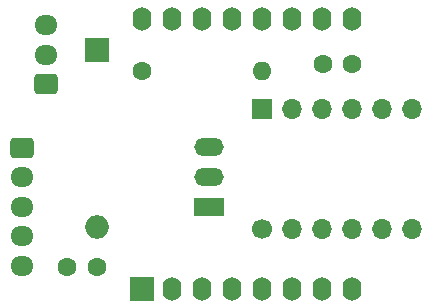
<source format=gbs>
G04 #@! TF.GenerationSoftware,KiCad,Pcbnew,6.0.11-2627ca5db0~126~ubuntu22.04.1*
G04 #@! TF.CreationDate,2023-02-08T11:56:42+02:00*
G04 #@! TF.ProjectId,MHI-AC-CTRL,4d48492d-4143-42d4-9354-524c2e6b6963,v2.3*
G04 #@! TF.SameCoordinates,Original*
G04 #@! TF.FileFunction,Soldermask,Bot*
G04 #@! TF.FilePolarity,Negative*
%FSLAX46Y46*%
G04 Gerber Fmt 4.6, Leading zero omitted, Abs format (unit mm)*
G04 Created by KiCad (PCBNEW 6.0.11-2627ca5db0~126~ubuntu22.04.1) date 2023-02-08 11:56:42*
%MOMM*%
%LPD*%
G01*
G04 APERTURE LIST*
G04 Aperture macros list*
%AMRoundRect*
0 Rectangle with rounded corners*
0 $1 Rounding radius*
0 $2 $3 $4 $5 $6 $7 $8 $9 X,Y pos of 4 corners*
0 Add a 4 corners polygon primitive as box body*
4,1,4,$2,$3,$4,$5,$6,$7,$8,$9,$2,$3,0*
0 Add four circle primitives for the rounded corners*
1,1,$1+$1,$2,$3*
1,1,$1+$1,$4,$5*
1,1,$1+$1,$6,$7*
1,1,$1+$1,$8,$9*
0 Add four rect primitives between the rounded corners*
20,1,$1+$1,$2,$3,$4,$5,0*
20,1,$1+$1,$4,$5,$6,$7,0*
20,1,$1+$1,$6,$7,$8,$9,0*
20,1,$1+$1,$8,$9,$2,$3,0*%
G04 Aperture macros list end*
%ADD10RoundRect,0.250000X0.725000X-0.600000X0.725000X0.600000X-0.725000X0.600000X-0.725000X-0.600000X0*%
%ADD11O,1.950000X1.700000*%
%ADD12R,2.500000X1.500000*%
%ADD13O,2.500000X1.500000*%
%ADD14RoundRect,0.250000X-0.725000X0.600000X-0.725000X-0.600000X0.725000X-0.600000X0.725000X0.600000X0*%
%ADD15R,1.700000X1.700000*%
%ADD16O,1.700000X1.700000*%
%ADD17C,1.700000*%
%ADD18R,2.000000X2.000000*%
%ADD19O,1.600000X2.000000*%
%ADD20C,1.600000*%
%ADD21O,1.600000X1.600000*%
%ADD22O,2.000000X2.000000*%
G04 APERTURE END LIST*
D10*
X85835000Y-44918000D03*
D11*
X85835000Y-42418000D03*
X85835000Y-39918000D03*
D12*
X99669600Y-55270400D03*
D13*
X99669600Y-52730400D03*
X99669600Y-50190400D03*
D14*
X83786200Y-50270400D03*
D11*
X83786200Y-52770400D03*
X83786200Y-55270400D03*
X83786200Y-57770400D03*
X83786200Y-60270400D03*
D15*
X104140000Y-46990000D03*
D16*
X106680000Y-46990000D03*
X109220000Y-46990000D03*
X111760000Y-46990000D03*
X114300000Y-46990000D03*
X116840000Y-46990000D03*
D17*
X104140000Y-57150000D03*
D16*
X106680000Y-57150000D03*
X109220000Y-57150000D03*
X111760000Y-57150000D03*
X114300000Y-57150000D03*
X116840000Y-57150000D03*
D18*
X93980000Y-62230000D03*
D19*
X96520000Y-62230000D03*
X99060000Y-62230000D03*
X101600000Y-62230000D03*
X104140000Y-62230000D03*
X106680000Y-62230000D03*
X109220000Y-62230000D03*
X111760000Y-62230000D03*
X111760000Y-39370000D03*
X109220000Y-39370000D03*
X106680000Y-39370000D03*
X104140000Y-39370000D03*
X101600000Y-39370000D03*
X99060000Y-39370000D03*
X96520000Y-39370000D03*
X93980000Y-39370000D03*
D20*
X111760000Y-43180000D03*
X109260000Y-43180000D03*
X93980000Y-43815000D03*
D21*
X104140000Y-43815000D03*
D18*
X90119200Y-41979200D03*
D22*
X90119200Y-56979200D03*
D20*
X87630000Y-60401200D03*
X90130000Y-60401200D03*
M02*

</source>
